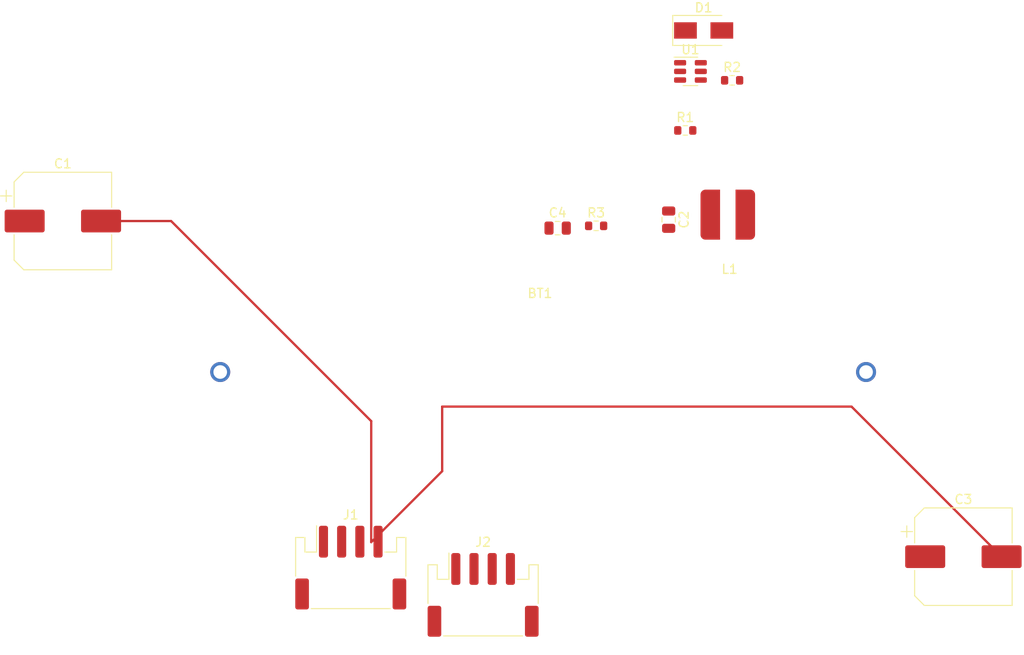
<source format=kicad_pcb>
(kicad_pcb (version 20211014) (generator pcbnew)
  (layers (0 "F.Cu" signal) (31 "B.Cu" signal) (34 "B.Paste" user) (35 "F.Paste" user) (36 "B.SilkS" user "B.Silkscreen") (37 "F.SilkS" user "F.Silkscreen") (38 "B.Mask" user) (39 "F.Mask" user) (44 "Edge.Cuts" user))
  (net 0 "")
  (net 1 "+BATT")
  (net 2 "GND")
  (net 3 "VBUS")
  (net 4 "Net-(D1-Pad2)")
  (net 5 "/CAN_H")
  (net 6 "/CAN_L")
  (net 7 "Net-(U1-Pad6)")
  (net 8 "Net-(R2-Pad1)")
  (footprint "Resistor_SMD:R_0603_1608Metric" (layer "F.Cu") (at 165.925 69.13)
    (fp_text reference "R3" (at 0 -1.43) (layer "F.SilkS"))
    (fp_text value "R_Small")
    (fp_line (start -0.237258 0.5225) (end 0.237258 0.5225) (layer "F.SilkS") (width 0.12))
    (fp_line (start -0.237258 -0.5225) (end 0.237258 -0.5225) (layer "F.SilkS") (width 0.12))
    (pad "1" smd roundrect locked (at -0.825 0) (size 0.8 0.95) (layers "F.Cu" "F.Paste" "F.Mask") (net 2 "GND"))
    (pad "2" smd roundrect locked (at 0.825 0) (size 0.8 0.95) (layers "F.Cu" "F.Paste" "F.Mask") (net 8 "Net-(R2-Pad1)"))
  )
  (footprint "Capacitor_SMD:C_0805_2012Metric" (layer "F.Cu") (at 173.9 68.45 -90)
    (fp_text reference "C2" (at 0 -1.68 90) (layer "F.SilkS"))
    (fp_text value "4.7uF 100V")
    (fp_line (start -0.261252 0.735) (end 0.261252 0.735) (layer "F.SilkS") (width 0.12))
    (fp_line (start -0.261252 -0.735) (end 0.261252 -0.735) (layer "F.SilkS") (width 0.12))
    (pad "1" smd roundrect locked (at -0.95 0 270) (size 1 1.45) (layers "F.Cu" "F.Paste" "F.Mask") (net 1 "+BATT"))
    (pad "2" smd roundrect locked (at 0.95 0 270) (size 1 1.45) (layers "F.Cu" "F.Paste" "F.Mask") (net 2 "GND"))
  )
  (footprint "Resistor_SMD:R_0603_1608Metric" (layer "F.Cu") (at 180.875 53.13)
    (fp_text reference "R2" (at 0 -1.43) (layer "F.SilkS"))
    (fp_text value "R_Small")
    (fp_line (start -0.237258 -0.5225) (end 0.237258 -0.5225) (layer "F.SilkS") (width 0.12))
    (fp_line (start -0.237258 0.5225) (end 0.237258 0.5225) (layer "F.SilkS") (width 0.12))
    (pad "1" smd roundrect locked (at -0.825 0) (size 0.8 0.95) (layers "F.Cu" "F.Paste" "F.Mask") (net 8 "Net-(R2-Pad1)"))
    (pad "2" smd roundrect locked (at 0.825 0) (size 0.8 0.95) (layers "F.Cu" "F.Paste" "F.Mask") (net 3 "VBUS"))
  )
  (footprint "Package_TO_SOT_SMD:SOT-23-6" (layer "F.Cu") (at 176.295 52.15)
    (fp_text reference "U1" (at 0 -2.4) (layer "F.SilkS"))
    (fp_text value "SD6271")
    (fp_line (start 0 1.56) (end 0.8 1.56) (layer "F.SilkS") (width 0.12))
    (fp_line (start 0 -1.56) (end 0.8 -1.56) (layer "F.SilkS") (width 0.12))
    (fp_line (start 0 1.56) (end -0.8 1.56) (layer "F.SilkS") (width 0.12))
    (fp_line (start 0 -1.56) (end -1.8 -1.56) (layer "F.SilkS") (width 0.12))
    (pad "1" smd roundrect locked (at -1.1375 -0.95) (size 1.325 0.6) (layers "F.Cu" "F.Paste" "F.Mask") (net 4 "Net-(D1-Pad2)"))
    (pad "2" smd roundrect locked (at -1.1375 0) (size 1.325 0.6) (layers "F.Cu" "F.Paste" "F.Mask") (net 2 "GND"))
    (pad "3" smd roundrect locked (at -1.1375 0.95) (size 1.325 0.6) (layers "F.Cu" "F.Paste" "F.Mask") (net 8 "Net-(R2-Pad1)"))
    (pad "4" smd roundrect locked (at 1.1375 0.95) (size 1.325 0.6) (layers "F.Cu" "F.Paste" "F.Mask") (net 1 "+BATT"))
    (pad "5" smd roundrect locked (at 1.1375 0) (size 1.325 0.6) (layers "F.Cu" "F.Paste" "F.Mask") (net 1 "+BATT"))
    (pad "6" smd roundrect locked (at 1.1375 -0.95) (size 1.325 0.6) (layers "F.Cu" "F.Paste" "F.Mask") (net 7 "Net-(U1-Pad6)"))
  )
  (footprint "Connector_JST:JST_PH_S4B-PH-SM4-TB_1x04-1MP_P2.00mm_Horizontal" (layer "F.Cu") (at 138.95 106.7)
    (fp_text reference "J1" (at 0 -5.8) (layer "F.SilkS"))
    (fp_text value "Conn_01x04")
    (fp_line (start 5.04 -3.31) (end 5.04 -1.71) (layer "F.SilkS") (width 0.12))
    (fp_line (start 6.06 -3.31) (end 5.04 -3.31) (layer "F.SilkS") (width 0.12))
    (fp_line (start -6.06 -3.31) (end -5.04 -3.31) (layer "F.SilkS") (width 0.12))
    (fp_line (start -4.34 4.51) (end 4.34 4.51) (layer "F.SilkS") (width 0.12))
    (fp_line (start 5.04 -1.71) (end 3.76 -1.71) (layer "F.SilkS") (width 0.12))
    (fp_line (start -5.04 -1.71) (end -3.76 -1.71) (layer "F.SilkS") (width 0.12))
    (fp_line (start 6.06 0.94) (end 6.06 -3.31) (layer "F.SilkS") (width 0.12))
    (fp_line (start -5.04 -3.31) (end -5.04 -1.71) (layer "F.SilkS") (width 0.12))
    (fp_line (start -3.76 -1.71) (end -3.76 -4.6) (layer "F.SilkS") (width 0.12))
    (fp_line (start -6.06 0.94) (end -6.06 -3.31) (layer "F.SilkS") (width 0.12))
    (pad "1" smd roundrect (at -3 -2.85) (size 1 3.5) (layers "F.Cu" "F.Paste" "F.Mask") (net 5 "/CAN_H"))
    (pad "2" smd roundrect (at -1 -2.85) (size 1 3.5) (layers "F.Cu" "F.Paste" "F.Mask") (net 6 "/CAN_L"))
    (pad "3" smd roundrect (at 1 -2.85) (size 1 3.5) (layers "F.Cu" "F.Paste" "F.Mask") (net 3 "VBUS"))
    (pad "4" smd roundrect (at 3 -2.85) (size 1 3.5) (layers "F.Cu" "F.Paste" "F.Mask") (net 2 "GND"))
    (pad "MP" smd roundrect (at -5.35 2.9) (size 1.5 3.4) (layers "F.Cu" "F.Paste" "F.Mask") (roundrect_rratio 0.166667) (net 2 "GND"))
    (pad "MP" smd roundrect (at 5.35 2.9) (size 1.5 3.4) (layers "F.Cu" "F.Paste" "F.Mask") (roundrect_rratio 0.166667) (net 2 "GND"))
  )
  (footprint "Capacitor_SMD:CP_Elec_10x10.5" (layer "F.Cu") (at 107.3 68.6)
    (fp_text reference "C1" (at 0 -6.3) (layer "F.SilkS"))
    (fp_text value "220uF")
    (fp_line (start -5.36 4.295563) (end -5.36 1.51) (layer "F.SilkS") (width 0.12))
    (fp_line (start -4.295563 5.36) (end 5.36 5.36) (layer "F.SilkS") (width 0.12))
    (fp_line (start -6.85 -2.76) (end -5.6 -2.76) (layer "F.SilkS") (width 0.12))
    (fp_line (start -6.225 -3.385) (end -6.225 -2.135) (layer "F.SilkS") (width 0.12))
    (fp_line (start 5.36 5.36) (end 5.36 1.51) (layer "F.SilkS") (width 0.12))
    (fp_line (start -5.36 4.295563) (end -4.295563 5.36) (layer "F.SilkS") (width 0.12))
    (fp_line (start 5.36 -5.36) (end 5.36 -1.51) (layer "F.SilkS") (width 0.12))
    (fp_line (start -5.36 -4.295563) (end -5.36 -1.51) (layer "F.SilkS") (width 0.12))
    (fp_line (start -5.36 -4.295563) (end -4.295563 -5.36) (layer "F.SilkS") (width 0.12))
    (fp_line (start -4.295563 -5.36) (end 5.36 -5.36) (layer "F.SilkS") (width 0.12))
    (pad "1" smd roundrect locked (at -4.2 0) (size 4.4 2.5) (layers "F.Cu" "F.Paste" "F.Mask") (roundrect_rratio 0.1) (net 1 "+BATT"))
    (pad "2" smd roundrect locked (at 4.2 0) (size 4.4 2.5) (layers "F.Cu" "F.Paste" "F.Mask") (roundrect_rratio 0.1) (net 2 "GND"))
  )
  (footprint "Inductor_SMD:INDUCTOR_4.7uH_SMALL" (layer "F.Cu") (at 180.4 67.9)
    (fp_text reference "L1" (at 0.2 6 unlocked) (layer "F.SilkS"))
    (fp_text value "L_Small")
    (pad "1" smd roundrect (at -1.925 0) (size 2.15 5.5) (layers "F.Cu" "F.Paste" "F.Mask") (chamfer_ratio 0) (chamfer top_right bottom_right) (net 1 "+BATT"))
    (pad "2" smd roundrect (at 1.925 0 180) (size 2.15 5.5) (layers "F.Cu" "F.Paste" "F.Mask") (chamfer_ratio 0) (chamfer top_right bottom_right) (net 4 "Net-(D1-Pad2)"))
  )
  (footprint "Connector_JST:JST_PH_S4B-PH-SM4-TB_1x04-1MP_P2.00mm_Horizontal" (layer "F.Cu") (at 153.5 109.7)
    (fp_text reference "J2" (at 0 -5.8) (layer "F.SilkS"))
    (fp_text value "Conn_01x04")
    (fp_line (start 6.06 0.94) (end 6.06 -3.31) (layer "F.SilkS") (width 0.12))
    (fp_line (start 5.04 -1.71) (end 3.76 -1.71) (layer "F.SilkS") (width 0.12))
    (fp_line (start -5.04 -3.31) (end -5.04 -1.71) (layer "F.SilkS") (width 0.12))
    (fp_line (start -3.76 -1.71) (end -3.76 -4.6) (layer "F.SilkS") (width 0.12))
    (fp_line (start -5.04 -1.71) (end -3.76 -1.71) (layer "F.SilkS") (width 0.12))
    (fp_line (start 5.04 -3.31) (end 5.04 -1.71) (layer "F.SilkS") (width 0.12))
    (fp_line (start -6.06 0.94) (end -6.06 -3.31) (layer "F.SilkS") (width 0.12))
    (fp_line (start -6.06 -3.31) (end -5.04 -3.31) (layer "F.SilkS") (width 0.12))
    (fp_line (start 6.06 -3.31) (end 5.04 -3.31) (layer "F.SilkS") (width 0.12))
    (fp_line (start -4.34 4.51) (end 4.34 4.51) (layer "F.SilkS") (width 0.12))
    (pad "1" smd roundrect (at -3 -2.85) (size 1 3.5) (layers "F.Cu" "F.Paste" "F.Mask") (net 5 "/CAN_H"))
    (pad "2" smd roundrect (at -1 -2.85) (size 1 3.5) (layers "F.Cu" "F.Paste" "F.Mask") (net 6 "/CAN_L"))
    (pad "3" smd roundrect (at 1 -2.85) (size 1 3.5) (layers "F.Cu" "F.Paste" "F.Mask") (net 3 "VBUS"))
    (pad "4" smd roundrect (at 3 -2.85) (size 1 3.5) (layers "F.Cu" "F.Paste" "F.Mask") (net 2 "GND"))
    (pad "MP" smd roundrect (at -5.35 2.9) (size 1.5 3.4) (layers "F.Cu" "F.Paste" "F.Mask") (roundrect_rratio 0.166667) (net 2 "GND"))
    (pad "MP" smd roundrect (at 5.35 2.9) (size 1.5 3.4) (layers "F.Cu" "F.Paste" "F.Mask") (roundrect_rratio 0.166667) (net 2 "GND"))
  )
  (footprint "Battery:18650_holder" (layer "F.Cu") (at 160.1 85.2)
    (fp_text reference "BT1" (at -0.35 -8.65 unlocked) (layer "F.SilkS"))
    (fp_text value "Battery_Cell")
    (pad "1" thru_hole circle (at -35.5 0) (size 2.2 2.2) (drill 1.5) (layers *.Cu *.Mask) (net 1 "+BATT"))
    (pad "2" thru_hole circle (at 35.5 0) (size 2.2 2.2) (drill 1.5) (layers *.Cu *.Mask) (net 2 "GND"))
  )
  (footprint "Resistor_SMD:R_0603_1608Metric" (layer "F.Cu") (at 175.725 58.64)
    (fp_text reference "R1" (at 0 -1.43) (layer "F.SilkS"))
    (fp_text value "R_Small")
    (fp_line (start -0.237258 -0.5225) (end 0.237258 -0.5225) (layer "F.SilkS") (width 0.12))
    (fp_line (start -0.237258 0.5225) (end 0.237258 0.5225) (layer "F.SilkS") (width 0.12))
    (pad "1" smd roundrect locked (at -0.825 0) (size 0.8 0.95) (layers "F.Cu" "F.Paste" "F.Mask") (net 7 "Net-(U1-Pad6)"))
    (pad "2" smd roundrect locked (at 0.825 0) (size 0.8 0.95) (layers "F.Cu" "F.Paste" "F.Mask") (net 2 "GND"))
  )
  (footprint "Capacitor_SMD:CP_Elec_10x10.5" (layer "F.Cu") (at 206.3 105.5)
    (fp_text reference "C3" (at 0 -6.3) (layer "F.SilkS"))
    (fp_text value "220uF")
    (fp_line (start -5.36 4.295563) (end -5.36 1.51) (layer "F.SilkS") (width 0.12))
    (fp_line (start -5.36 4.295563) (end -4.295563 5.36) (layer "F.SilkS") (width 0.12))
    (fp_line (start -6.85 -2.76) (end -5.6 -2.76) (layer "F.SilkS") (width 0.12))
    (fp_line (start -5.36 -4.295563) (end -5.36 -1.51) (layer "F.SilkS") (width 0.12))
    (fp_line (start -5.36 -4.295563) (end -4.295563 -5.36) (layer "F.SilkS") (width 0.12))
    (fp_line (start -4.295563 5.36) (end 5.36 5.36) (layer "F.SilkS") (width 0.12))
    (fp_line (start 5.36 -5.36) (end 5.36 -1.51) (layer "F.SilkS") (width 0.12))
    (fp_line (start 5.36 5.36) (end 5.36 1.51) (layer "F.SilkS") (width 0.12))
    (fp_line (start -6.225 -3.385) (end -6.225 -2.135) (layer "F.SilkS") (width 0.12))
    (fp_line (start -4.295563 -5.36) (end 5.36 -5.36) (layer "F.SilkS") (width 0.12))
    (pad "1" smd roundrect locked (at -4.2 0) (size 4.4 2.5) (layers "F.Cu" "F.Paste" "F.Mask") (roundrect_rratio 0.1) (net 3 "VBUS"))
    (pad "2" smd roundrect locked (at 4.2 0) (size 4.4 2.5) (layers "F.Cu" "F.Paste" "F.Mask") (roundrect_rratio 0.1) (net 2 "GND"))
  )
  (footprint "Diode_SMD:D_SMA" (layer "F.Cu") (at 177.745 47.65)
    (fp_text reference "D1" (at 0 -2.5) (layer "F.SilkS"))
    (fp_text value "SX35_SCHOTTKY")
    (fp_line (start -3.4 -1.65) (end 2 -1.65) (layer "F.SilkS") (width 0.12))
    (fp_line (start -3.4 -1.65) (end -3.4 1.65) (layer "F.SilkS") (width 0.12))
    (fp_line (start -3.4 1.65) (end 2 1.65) (layer "F.SilkS") (width 0.12))
    (pad "1" smd rect locked (at -2 0) (size 2.5 1.8) (layers "F.Cu" "F.Paste" "F.Mask") (net 3 "VBUS"))
    (pad "2" smd rect locked (at 2 0) (size 2.5 1.8) (layers "F.Cu" "F.Paste" "F.Mask") (net 4 "Net-(D1-Pad2)"))
  )
  (footprint "Capacitor_SMD:C_0805_2012Metric" (layer "F.Cu") (at 161.695 69.38)
    (fp_text reference "C4" (at 0 -1.68) (layer "F.SilkS"))
    (fp_text value "4.7uF 100V")
    (fp_line (start -0.261252 -0.735) (end 0.261252 -0.735) (layer "F.SilkS") (width 0.12))
    (fp_line (start -0.261252 0.735) (end 0.261252 0.735) (layer "F.SilkS") (width 0.12))
    (pad "1" smd roundrect locked (at -0.95 0) (size 1 1.45) (layers "F.Cu" "F.Paste" "F.Mask") (net 3 "VBUS"))
    (pad "2" smd roundrect locked (at 0.95 0) (size 1 1.45) (layers "F.Cu" "F.Paste" "F.Mask") (net 2 "GND"))
  )
  (segment (start 119.2 68.6) (end 141.2 90.6) (width 0.25) (layer "F.Cu") (net 2))
  (segment (start 194 89) (end 210.5 105.5) (width 0.25) (layer "F.Cu") (net 2))
  (segment (start 141.2 90.6) (end 141.2 103.9) (width 0.25) (layer "F.Cu") (net 2))
  (segment (start 149 96.1) (end 149 89) (width 0.25) (layer "F.Cu") (net 2))
  (segment (start 111.5 68.6) (end 119.2 68.6) (width 0.25) (layer "F.Cu") (net 2))
  (segment (start 141.2 103.9) (end 149 96.1) (width 0.25) (layer "F.Cu") (net 2))
  (segment (start 149 89) (end 194 89) (width 0.25) (layer "F.Cu") (net 2))
)
</source>
